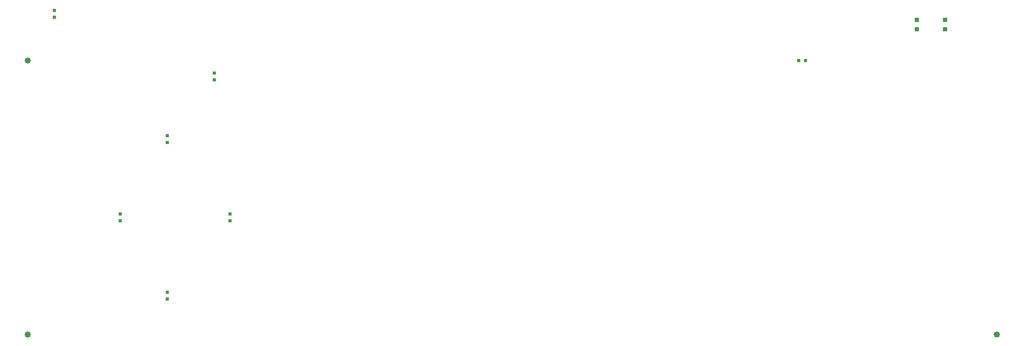
<source format=gbr>
G04 EAGLE Gerber RS-274X export*
G75*
%MOMM*%
%FSLAX34Y34*%
%LPD*%
%INSolderpaste Top*%
%IPPOS*%
%AMOC8*
5,1,8,0,0,1.08239X$1,22.5*%
G01*
%ADD10R,0.508000X0.609600*%
%ADD11R,0.800000X0.800000*%
%ADD12C,1.016000*%
%ADD13R,0.609600X0.508000*%


D10*
X190500Y284988D03*
X190500Y273812D03*
D11*
X1526540Y584320D03*
X1526540Y599320D03*
X1480820Y584320D03*
X1480820Y599320D03*
D12*
X1610360Y88900D03*
X40640Y88900D03*
X40640Y533400D03*
X1610360Y88900D03*
X40640Y88900D03*
X40640Y533400D03*
D10*
X83820Y604012D03*
X83820Y615188D03*
X368300Y284988D03*
X368300Y273812D03*
X266700Y411988D03*
X266700Y400812D03*
X342900Y513588D03*
X342900Y502412D03*
D13*
X1300988Y533400D03*
X1289812Y533400D03*
D10*
X266700Y157988D03*
X266700Y146812D03*
M02*

</source>
